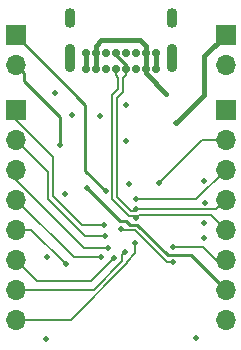
<source format=gbl>
G04 #@! TF.GenerationSoftware,KiCad,Pcbnew,7.0.8*
G04 #@! TF.CreationDate,2023-11-11T23:39:21-08:00*
G04 #@! TF.ProjectId,STM32F042-Mini,53544d33-3246-4303-9432-2d4d696e692e,rev?*
G04 #@! TF.SameCoordinates,Original*
G04 #@! TF.FileFunction,Copper,L4,Bot*
G04 #@! TF.FilePolarity,Positive*
%FSLAX46Y46*%
G04 Gerber Fmt 4.6, Leading zero omitted, Abs format (unit mm)*
G04 Created by KiCad (PCBNEW 7.0.8) date 2023-11-11 23:39:21*
%MOMM*%
%LPD*%
G01*
G04 APERTURE LIST*
G04 #@! TA.AperFunction,ComponentPad*
%ADD10R,1.700000X1.700000*%
G04 #@! TD*
G04 #@! TA.AperFunction,ComponentPad*
%ADD11O,1.700000X1.700000*%
G04 #@! TD*
G04 #@! TA.AperFunction,ComponentPad*
%ADD12O,0.900000X2.400000*%
G04 #@! TD*
G04 #@! TA.AperFunction,ComponentPad*
%ADD13O,0.900000X1.700000*%
G04 #@! TD*
G04 #@! TA.AperFunction,ComponentPad*
%ADD14C,0.700000*%
G04 #@! TD*
G04 #@! TA.AperFunction,ViaPad*
%ADD15C,0.500000*%
G04 #@! TD*
G04 #@! TA.AperFunction,Conductor*
%ADD16C,0.200000*%
G04 #@! TD*
G04 #@! TA.AperFunction,Conductor*
%ADD17C,0.250000*%
G04 #@! TD*
G04 #@! TA.AperFunction,Conductor*
%ADD18C,0.400000*%
G04 #@! TD*
G04 #@! TA.AperFunction,Conductor*
%ADD19C,0.300000*%
G04 #@! TD*
G04 APERTURE END LIST*
D10*
X63500000Y-44450000D03*
D11*
X63500000Y-46990000D03*
D12*
X76715000Y-46405000D03*
X68065000Y-46405000D03*
D13*
X76715000Y-43025000D03*
X68065000Y-43025000D03*
D14*
X75365000Y-46035000D03*
X74515000Y-46035000D03*
X73665000Y-46035000D03*
X72815000Y-46035000D03*
X71965000Y-46035000D03*
X71115000Y-46035000D03*
X70265000Y-46035000D03*
X69415000Y-46035000D03*
X69415000Y-47385000D03*
X70265000Y-47385000D03*
X71115000Y-47385000D03*
X71965000Y-47385000D03*
X72815000Y-47385000D03*
X73665000Y-47385000D03*
X74515000Y-47385000D03*
X75365000Y-47385000D03*
D10*
X81280000Y-44450000D03*
D11*
X81280000Y-46990000D03*
D10*
X81280000Y-50800000D03*
D11*
X81280000Y-53340000D03*
X81280000Y-55880000D03*
X81280000Y-58420000D03*
X81280000Y-60960000D03*
X81280000Y-63500000D03*
X81280000Y-66040000D03*
X81280000Y-68580000D03*
D10*
X63500000Y-50800000D03*
D11*
X63500000Y-53340000D03*
X63500000Y-55880000D03*
X63500000Y-58420000D03*
X63500000Y-60960000D03*
X63500000Y-63500000D03*
X63500000Y-66040000D03*
X63500000Y-68580000D03*
D15*
X71100000Y-57700000D03*
X79470000Y-56830000D03*
X79510000Y-58690000D03*
X79430000Y-60390000D03*
X73660000Y-59960000D03*
X73663091Y-59258210D03*
X78760000Y-70170000D03*
X66060000Y-70200000D03*
X66130000Y-63270000D03*
X73100000Y-57140000D03*
X67645000Y-57952265D03*
X72870000Y-53450000D03*
X72805000Y-50387735D03*
X70630000Y-51330000D03*
X68220000Y-51230000D03*
X77090000Y-51920000D03*
X76240024Y-49460000D03*
X67240000Y-53830000D03*
X75620153Y-57025153D03*
X73688879Y-58390060D03*
X76800000Y-62400000D03*
X79420004Y-61705810D03*
X76800000Y-63704500D03*
X72403673Y-60923173D03*
X73620000Y-62070000D03*
X72724680Y-62881338D03*
X71796657Y-63374037D03*
X67720000Y-63860000D03*
X70740970Y-63309412D03*
X71337384Y-62485740D03*
X71017014Y-61538445D03*
X70979206Y-60539157D03*
X66820000Y-49390000D03*
X69521443Y-57399500D03*
D16*
X73660000Y-59960000D02*
X73920000Y-59700000D01*
X73920000Y-59700000D02*
X80020000Y-59700000D01*
X80020000Y-59700000D02*
X81280000Y-60960000D01*
X73663091Y-59258210D02*
X80441790Y-59258210D01*
X80441790Y-59258210D02*
X81280000Y-58420000D01*
X80430000Y-63500000D02*
X79330000Y-62400000D01*
X81280000Y-63500000D02*
X80430000Y-63500000D01*
X79330000Y-62400000D02*
X76800000Y-62400000D01*
X72450500Y-60970000D02*
X72403673Y-60923173D01*
X76800000Y-63704500D02*
X76313460Y-63704500D01*
X76313460Y-63704500D02*
X73578960Y-60970000D01*
X73578960Y-60970000D02*
X72450500Y-60970000D01*
D17*
X67240000Y-53830000D02*
X67240000Y-51440000D01*
X67240000Y-51440000D02*
X64200000Y-48400000D01*
X64200000Y-48400000D02*
X64200000Y-47690000D01*
X64200000Y-47690000D02*
X63500000Y-46990000D01*
X71100000Y-57700000D02*
X69400000Y-56000000D01*
X69400000Y-50400000D02*
X63500000Y-44500000D01*
X69400000Y-56000000D02*
X69400000Y-50400000D01*
X63500000Y-44500000D02*
X63500000Y-44450000D01*
D16*
X73688879Y-58390060D02*
X78769940Y-58390060D01*
X78769940Y-58390060D02*
X81280000Y-55880000D01*
X75620153Y-57025153D02*
X79305306Y-53340000D01*
X79305306Y-53340000D02*
X81280000Y-53340000D01*
D18*
X69415000Y-46035000D02*
X69415000Y-47385000D01*
X75365000Y-46035000D02*
X75365000Y-47385000D01*
X70265000Y-46035000D02*
X70265000Y-45385000D01*
X70265000Y-45385000D02*
X70750000Y-44900000D01*
X70750000Y-44900000D02*
X73980000Y-44900000D01*
X73980000Y-44900000D02*
X74515000Y-45435000D01*
X74515000Y-45435000D02*
X74515000Y-46035000D01*
X70265000Y-47385000D02*
X70265000Y-46035000D01*
X74515000Y-47385000D02*
X74515000Y-46035000D01*
X79430000Y-49580000D02*
X79430000Y-46300000D01*
X79430000Y-46300000D02*
X81280000Y-44450000D01*
D16*
X73663091Y-59258210D02*
X73535651Y-59385650D01*
X71655000Y-49596800D02*
X72165000Y-49086800D01*
X72165000Y-49086800D02*
X72165000Y-48110001D01*
X73535651Y-59385650D02*
X73283850Y-59385650D01*
X72615000Y-49273200D02*
X72615000Y-48110001D01*
X73535651Y-59835651D02*
X73097451Y-59835651D01*
X73283850Y-59385650D02*
X72105000Y-58206800D01*
X72105000Y-58206800D02*
X72105000Y-49783200D01*
X72105000Y-49783200D02*
X72615000Y-49273200D01*
X72615000Y-48110001D02*
X72815000Y-47910001D01*
X72815000Y-47910001D02*
X72815000Y-47385000D01*
X73660000Y-59960000D02*
X73535651Y-59835651D01*
X73097451Y-59835651D02*
X71655000Y-58393200D01*
X71655000Y-58393200D02*
X71655000Y-49596800D01*
X72165000Y-48110001D02*
X71965000Y-47910001D01*
X71965000Y-47910001D02*
X71965000Y-47385000D01*
D17*
X78370000Y-63130000D02*
X81280000Y-66040000D01*
X73771827Y-60545000D02*
X76356827Y-63130000D01*
X72858932Y-60198173D02*
X73205759Y-60545000D01*
X69521443Y-57399500D02*
X72320116Y-60198173D01*
X76356827Y-63130000D02*
X78370000Y-63130000D01*
X72320116Y-60198173D02*
X72858932Y-60198173D01*
X73205759Y-60545000D02*
X73771827Y-60545000D01*
D16*
X69840694Y-65330000D02*
X71796657Y-63374037D01*
X66230000Y-58405636D02*
X69362809Y-61538445D01*
X63500000Y-66040000D02*
X70120644Y-66040000D01*
X66630000Y-58099950D02*
X69069207Y-60539157D01*
X63500000Y-63500000D02*
X65330000Y-65330000D01*
X63500000Y-51650000D02*
X66630000Y-54780000D01*
X63500000Y-55880000D02*
X63500000Y-56725344D01*
X66230000Y-56070000D02*
X66230000Y-58405636D01*
X72496657Y-63663987D02*
X72496657Y-63109361D01*
X69069207Y-60539157D02*
X70979206Y-60539157D01*
X63500000Y-53340000D02*
X66230000Y-56070000D01*
X72496657Y-63109361D02*
X72724680Y-62881338D01*
X65330000Y-65330000D02*
X69840694Y-65330000D01*
X63500000Y-56725344D02*
X69260396Y-62485740D01*
X68146329Y-68580000D02*
X63500000Y-68580000D01*
X73620000Y-62070000D02*
X73620000Y-62975968D01*
X72896657Y-63829673D02*
X68146329Y-68580000D01*
X69362809Y-61538445D02*
X71017014Y-61538445D01*
X73620000Y-62975968D02*
X72896657Y-63699311D01*
X69260396Y-62485740D02*
X71337384Y-62485740D01*
X72896657Y-63699311D02*
X72896657Y-63829673D01*
X66630000Y-54780000D02*
X66630000Y-58099950D01*
X70120644Y-66040000D02*
X72496657Y-63663987D01*
X63500000Y-50800000D02*
X63500000Y-51650000D01*
D18*
X79430000Y-49580000D02*
X77090000Y-51920000D01*
X74515000Y-47385000D02*
X74515000Y-47734976D01*
X74515000Y-47734976D02*
X76240024Y-49460000D01*
D16*
X68389412Y-63309412D02*
X70740970Y-63309412D01*
X63500000Y-58420000D02*
X68389412Y-63309412D01*
X64820000Y-60960000D02*
X63500000Y-60960000D01*
X67720000Y-63860000D02*
X64820000Y-60960000D01*
D19*
X72815000Y-47385000D02*
X72815000Y-47035000D01*
X72815000Y-47035000D02*
X71965000Y-46185000D01*
X71965000Y-46185000D02*
X71965000Y-46035000D01*
M02*

</source>
